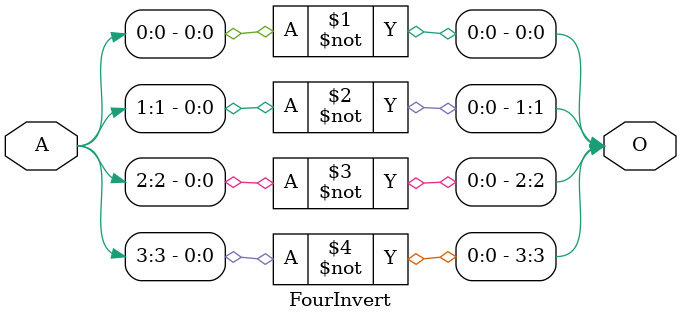
<source format=sv>
`timescale 1ns / 1ps



module FourInvert(
    input [3:0] A,
    output [3:0] O
    );
    not(O[0], A[0]);
    not(O[1], A[1]);
    not(O[2], A[2]);
    not(O[3], A[3]);
endmodule

</source>
